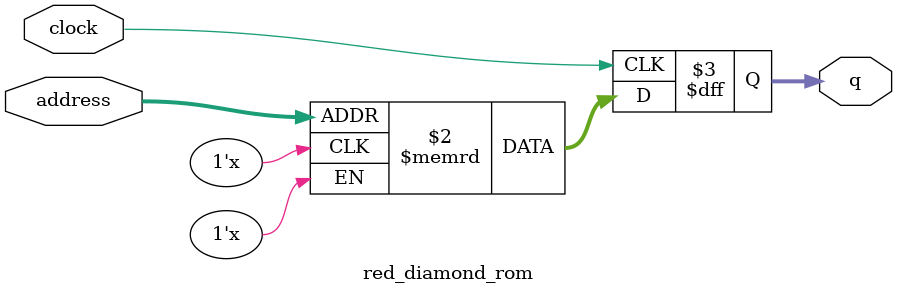
<source format=sv>
module red_diamond_rom (
	input logic clock,
	input logic [8:0] address,
	output logic [2:0] q
);

logic [2:0] memory [0:399] /* synthesis ram_init_file = "./red_diamond/red_diamond.COE" */;

always_ff @ (posedge clock) begin
	q <= memory[address];
end

endmodule

</source>
